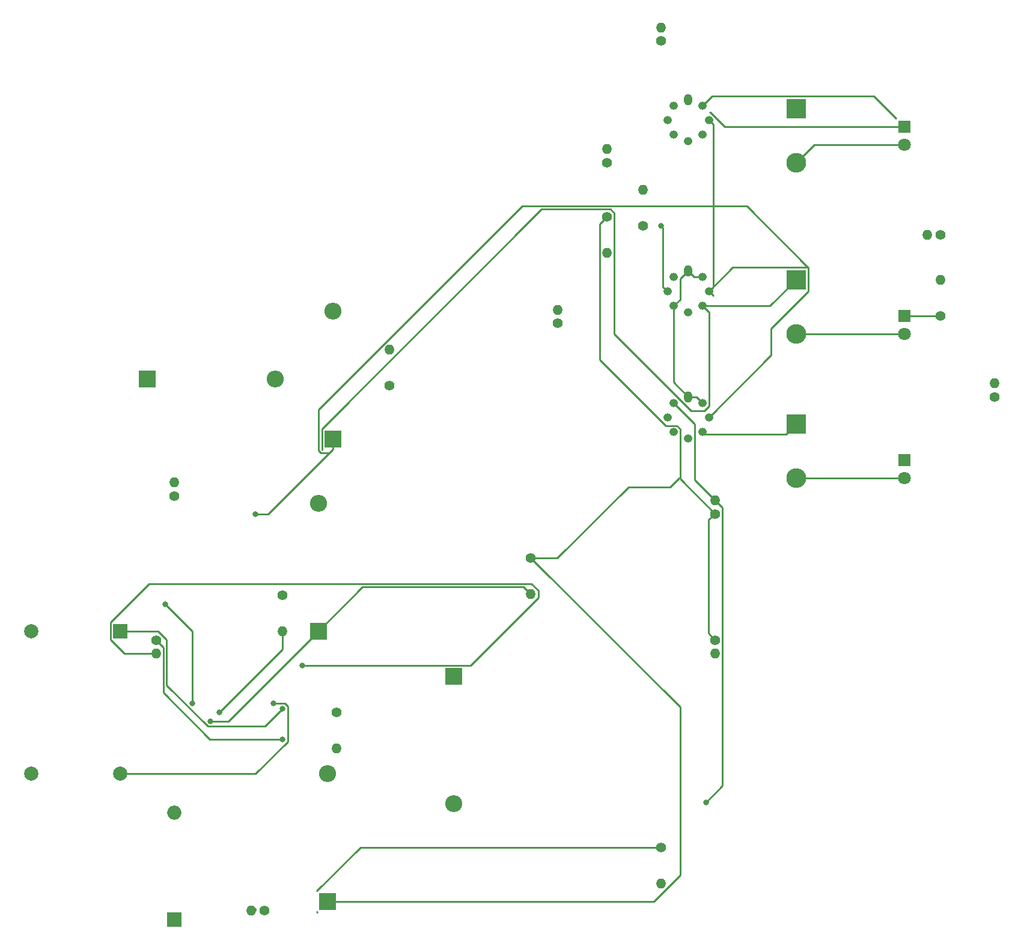
<source format=gbr>
%TF.GenerationSoftware,KiCad,Pcbnew,(5.1.10)-1*%
%TF.CreationDate,2021-06-04T17:59:31+02:00*%
%TF.ProjectId,_Real_EEE3088Project,5f526561-6c5f-4454-9545-333038385072,rev?*%
%TF.SameCoordinates,Original*%
%TF.FileFunction,Copper,L4,Bot*%
%TF.FilePolarity,Positive*%
%FSLAX46Y46*%
G04 Gerber Fmt 4.6, Leading zero omitted, Abs format (unit mm)*
G04 Created by KiCad (PCBNEW (5.1.10)-1) date 2021-06-04 17:59:31*
%MOMM*%
%LPD*%
G01*
G04 APERTURE LIST*
%TA.AperFunction,ComponentPad*%
%ADD10R,1.800000X1.800000*%
%TD*%
%TA.AperFunction,ComponentPad*%
%ADD11C,1.800000*%
%TD*%
%TA.AperFunction,ComponentPad*%
%ADD12O,2.400000X2.400000*%
%TD*%
%TA.AperFunction,ComponentPad*%
%ADD13R,2.400000X2.400000*%
%TD*%
%TA.AperFunction,ComponentPad*%
%ADD14R,2.000000X2.000000*%
%TD*%
%TA.AperFunction,ComponentPad*%
%ADD15C,2.000000*%
%TD*%
%TA.AperFunction,ComponentPad*%
%ADD16O,2.000000X2.000000*%
%TD*%
%TA.AperFunction,ComponentPad*%
%ADD17R,2.800000X2.800000*%
%TD*%
%TA.AperFunction,ComponentPad*%
%ADD18O,2.800000X2.800000*%
%TD*%
%TA.AperFunction,ComponentPad*%
%ADD19O,1.200000X1.200000*%
%TD*%
%TA.AperFunction,ComponentPad*%
%ADD20O,1.200000X1.600000*%
%TD*%
%TA.AperFunction,ComponentPad*%
%ADD21O,1.400000X1.400000*%
%TD*%
%TA.AperFunction,ComponentPad*%
%ADD22C,1.400000*%
%TD*%
%TA.AperFunction,ViaPad*%
%ADD23C,0.800000*%
%TD*%
%TA.AperFunction,Conductor*%
%ADD24C,0.250000*%
%TD*%
G04 APERTURE END LIST*
D10*
%TO.P,LED3,1*%
%TO.N,Net-(LED3-Pad1)*%
X181610000Y-38100000D03*
D11*
%TO.P,LED3,2*%
%TO.N,Net-(D3-Pad2)*%
X181610000Y-40640000D03*
%TD*%
D12*
%TO.P,C3,2*%
%TO.N,Net-(C3-Pad2)*%
X99060000Y-91220000D03*
D13*
%TO.P,C3,1*%
%TO.N,Net-(Buck/Boost1-Pad12)*%
X99060000Y-109220000D03*
%TD*%
D14*
%TO.P,L1,1*%
%TO.N,Net-(Buck/Boost1-Pad4)*%
X71120000Y-109220000D03*
D15*
%TO.P,L1,2*%
%TO.N,Net-(Buck/Boost1-Pad6)*%
X71120000Y-129320000D03*
%TO.P,L1,3*%
%TO.N,N/C*%
X58620000Y-109220000D03*
%TO.P,L1,4*%
X58620000Y-129320000D03*
%TD*%
D14*
%TO.P,C1,1*%
%TO.N,Net-(Buck/Boost1-Pad1)*%
X78740000Y-149860000D03*
D16*
%TO.P,C1,2*%
%TO.N,GND*%
X78740000Y-134860000D03*
%TD*%
D13*
%TO.P,C2,1*%
%TO.N,Vin*%
X101060001Y-82144999D03*
D12*
%TO.P,C2,2*%
%TO.N,GND*%
X101060001Y-64144999D03*
%TD*%
D13*
%TO.P,C4,1*%
%TO.N,Net-(Buck/Boost1-Pad7)*%
X118110000Y-115570000D03*
D12*
%TO.P,C4,2*%
%TO.N,GND*%
X118110000Y-133570000D03*
%TD*%
D13*
%TO.P,C5,1*%
%TO.N,Net-(C5-Pad1)*%
X74930000Y-73660000D03*
D12*
%TO.P,C5,2*%
%TO.N,Net-(Buck/Boost1-Pad12)*%
X92930000Y-73660000D03*
%TD*%
%TO.P,C6,2*%
%TO.N,GND*%
X100330000Y-129320000D03*
D13*
%TO.P,C6,1*%
%TO.N,/Vreg*%
X100330000Y-147320000D03*
%TD*%
D17*
%TO.P,D1,1*%
%TO.N,Net-(D1-Pad1)*%
X166370000Y-80010000D03*
D18*
%TO.P,D1,2*%
%TO.N,Net-(D1-Pad2)*%
X166370000Y-87630000D03*
%TD*%
%TO.P,D2,2*%
%TO.N,Net-(D2-Pad2)*%
X166370000Y-67310000D03*
D17*
%TO.P,D2,1*%
%TO.N,Net-(D2-Pad1)*%
X166370000Y-59690000D03*
%TD*%
%TO.P,D3,1*%
%TO.N,Net-(D3-Pad1)*%
X166370000Y-35560000D03*
D18*
%TO.P,D3,2*%
%TO.N,Net-(D3-Pad2)*%
X166370000Y-43180000D03*
%TD*%
D10*
%TO.P,LED1,1*%
%TO.N,Net-(LED1-Pad1)*%
X181610000Y-85090000D03*
D11*
%TO.P,LED1,2*%
%TO.N,Net-(D1-Pad2)*%
X181610000Y-87630000D03*
%TD*%
%TO.P,LED2,2*%
%TO.N,Net-(D2-Pad2)*%
X181610000Y-67310000D03*
D10*
%TO.P,LED2,1*%
%TO.N,Net-(LED2-Pad1)*%
X181610000Y-64770000D03*
%TD*%
D19*
%TO.P,OP1,8*%
%TO.N,GND*%
X153194752Y-77055248D03*
%TO.P,OP1,7*%
%TO.N,Vin*%
X154050000Y-79120000D03*
%TO.P,OP1,6*%
%TO.N,Net-(D1-Pad1)*%
X153194752Y-81184752D03*
%TO.P,OP1,5*%
%TO.N,Net-(OP1-Pad5)*%
X151130000Y-82040000D03*
%TO.P,OP1,4*%
%TO.N,GND*%
X149065248Y-81184752D03*
%TO.P,OP1,3*%
%TO.N,Net-(OP1-Pad3)*%
X148210000Y-79120000D03*
%TO.P,OP1,2*%
%TO.N,Net-(OP1-Pad2)*%
X149065248Y-77055248D03*
D20*
%TO.P,OP1,1*%
%TO.N,GND*%
X151130000Y-76200000D03*
%TD*%
%TO.P,OP2,1*%
%TO.N,GND*%
X151130000Y-58420000D03*
D19*
%TO.P,OP2,2*%
%TO.N,Net-(OP2-Pad2)*%
X149065248Y-59275248D03*
%TO.P,OP2,3*%
%TO.N,Net-(OP1-Pad3)*%
X148210000Y-61340000D03*
%TO.P,OP2,4*%
%TO.N,GND*%
X149065248Y-63404752D03*
%TO.P,OP2,5*%
%TO.N,Net-(OP2-Pad5)*%
X151130000Y-64260000D03*
%TO.P,OP2,6*%
%TO.N,Net-(D2-Pad1)*%
X153194752Y-63404752D03*
%TO.P,OP2,7*%
%TO.N,Vin*%
X154050000Y-61340000D03*
%TO.P,OP2,8*%
%TO.N,GND*%
X153194752Y-59275248D03*
%TD*%
D20*
%TO.P,OP3,1*%
%TO.N,GND*%
X151130000Y-34290000D03*
D19*
%TO.P,OP3,2*%
%TO.N,Net-(OP3-Pad2)*%
X149065248Y-35145248D03*
%TO.P,OP3,3*%
%TO.N,Net-(OP1-Pad3)*%
X148210000Y-37210000D03*
%TO.P,OP3,4*%
%TO.N,GND*%
X149065248Y-39274752D03*
%TO.P,OP3,5*%
%TO.N,Net-(OP3-Pad5)*%
X151130000Y-40130000D03*
%TO.P,OP3,6*%
%TO.N,Net-(D3-Pad1)*%
X153194752Y-39274752D03*
%TO.P,OP3,7*%
%TO.N,Vin*%
X154050000Y-37210000D03*
%TO.P,OP3,8*%
%TO.N,GND*%
X153194752Y-35145248D03*
%TD*%
D21*
%TO.P,R1,2*%
%TO.N,Net-(Buck/Boost1-Pad1)*%
X89540000Y-148590000D03*
D22*
%TO.P,R1,1*%
%TO.N,Vin*%
X91440000Y-148590000D03*
%TD*%
%TO.P,R2,1*%
%TO.N,Net-(Buck/Boost1-Pad2)*%
X76200000Y-110490000D03*
D21*
%TO.P,R2,2*%
%TO.N,GND*%
X76200000Y-112390000D03*
%TD*%
D22*
%TO.P,R3,1*%
%TO.N,/Vreg*%
X154940000Y-110490000D03*
D21*
%TO.P,R3,2*%
%TO.N,Net-(R3-Pad2)*%
X154940000Y-112390000D03*
%TD*%
D22*
%TO.P,R4,1*%
%TO.N,Net-(Buck/Boost1-Pad7)*%
X101600000Y-120650000D03*
D21*
%TO.P,R4,2*%
%TO.N,GND*%
X101600000Y-125730000D03*
%TD*%
D22*
%TO.P,R5,1*%
%TO.N,Net-(C3-Pad2)*%
X93980000Y-104140000D03*
D21*
%TO.P,R5,2*%
%TO.N,Net-(Buck/Boost1-Pad11)*%
X93980000Y-109220000D03*
%TD*%
D22*
%TO.P,R6,1*%
%TO.N,/Vreg*%
X128985001Y-98944999D03*
D21*
%TO.P,R6,2*%
%TO.N,Net-(Buck/Boost1-Pad12)*%
X128985001Y-104024999D03*
%TD*%
%TO.P,R7,2*%
%TO.N,GND*%
X109055001Y-69534999D03*
D22*
%TO.P,R7,1*%
%TO.N,Net-(Buck/Boost1-Pad12)*%
X109055001Y-74614999D03*
%TD*%
D21*
%TO.P,R8,2*%
%TO.N,/Vtemp*%
X132745001Y-63924999D03*
D22*
%TO.P,R8,1*%
%TO.N,Net-(OP1-Pad3)*%
X132745001Y-65824999D03*
%TD*%
D21*
%TO.P,R9,2*%
%TO.N,Net-(C5-Pad1)*%
X78740000Y-88270000D03*
D22*
%TO.P,R9,1*%
%TO.N,/Vreg*%
X78740000Y-90170000D03*
%TD*%
D21*
%TO.P,R10,2*%
%TO.N,GND*%
X194310000Y-74300000D03*
D22*
%TO.P,R10,1*%
%TO.N,Net-(LED1-Pad1)*%
X194310000Y-76200000D03*
%TD*%
%TO.P,R11,1*%
%TO.N,/Vreg*%
X154940000Y-92710000D03*
D21*
%TO.P,R11,2*%
%TO.N,Net-(OP1-Pad2)*%
X154940000Y-90810000D03*
%TD*%
%TO.P,R12,2*%
%TO.N,GND*%
X147320000Y-144780000D03*
D22*
%TO.P,R12,1*%
%TO.N,Net-(OP1-Pad2)*%
X147320000Y-139700000D03*
%TD*%
D21*
%TO.P,R13,2*%
%TO.N,GND*%
X186690000Y-59690000D03*
D22*
%TO.P,R13,1*%
%TO.N,Net-(LED2-Pad1)*%
X186690000Y-64770000D03*
%TD*%
%TO.P,R14,1*%
%TO.N,/Vreg*%
X139700000Y-50800000D03*
D21*
%TO.P,R14,2*%
%TO.N,Net-(OP2-Pad2)*%
X139700000Y-55880000D03*
%TD*%
%TO.P,R15,2*%
%TO.N,GND*%
X144780000Y-46990000D03*
D22*
%TO.P,R15,1*%
%TO.N,Net-(OP2-Pad2)*%
X144780000Y-52070000D03*
%TD*%
%TO.P,R16,1*%
%TO.N,Net-(LED3-Pad1)*%
X186690000Y-53340000D03*
D21*
%TO.P,R16,2*%
%TO.N,GND*%
X184790000Y-53340000D03*
%TD*%
D22*
%TO.P,R17,1*%
%TO.N,/Vreg*%
X139700000Y-43180000D03*
D21*
%TO.P,R17,2*%
%TO.N,Net-(OP3-Pad2)*%
X139700000Y-41280000D03*
%TD*%
%TO.P,R18,2*%
%TO.N,GND*%
X147320000Y-24130000D03*
D22*
%TO.P,R18,1*%
%TO.N,Net-(OP3-Pad2)*%
X147320000Y-26030000D03*
%TD*%
D23*
%TO.N,Net-(Buck/Boost1-Pad2)*%
X93980000Y-124460000D03*
%TO.N,GND*%
X96775001Y-114044999D03*
%TO.N,Net-(Buck/Boost1-Pad4)*%
X93980000Y-120175000D03*
%TO.N,Net-(Buck/Boost1-Pad6)*%
X92710000Y-119399999D03*
%TO.N,Vin*%
X90170000Y-92710000D03*
X81280000Y-119380000D03*
X77470000Y-105410000D03*
%TO.N,Net-(Buck/Boost1-Pad11)*%
X85090000Y-120650000D03*
%TO.N,Net-(Buck/Boost1-Pad12)*%
X83820000Y-121920000D03*
%TO.N,Net-(OP1-Pad2)*%
X153670000Y-133350000D03*
%TO.N,Net-(OP1-Pad3)*%
X147320000Y-52070000D03*
%TD*%
D24*
%TO.N,Net-(Buck/Boost1-Pad1)*%
X89540000Y-148590000D02*
X90170000Y-148590000D01*
X90170000Y-148590000D02*
X90170000Y-148342998D01*
%TO.N,Net-(Buck/Boost1-Pad2)*%
X77225001Y-111515001D02*
X76200000Y-110490000D01*
X77225001Y-117910003D02*
X77225001Y-111515001D01*
X83774998Y-124460000D02*
X77225001Y-117910003D01*
X93980000Y-124460000D02*
X83774998Y-124460000D01*
%TO.N,GND*%
X177279999Y-33834999D02*
X180384999Y-36939999D01*
X154505001Y-33834999D02*
X177279999Y-33834999D01*
X153194752Y-35145248D02*
X154505001Y-33834999D01*
X149990249Y-59559751D02*
X151130000Y-58420000D01*
X149990249Y-62479751D02*
X149990249Y-59559751D01*
X149065248Y-63404752D02*
X149990249Y-62479751D01*
X151985248Y-59275248D02*
X151130000Y-58420000D01*
X153194752Y-59275248D02*
X151985248Y-59275248D01*
X152339504Y-76200000D02*
X153194752Y-77055248D01*
X151130000Y-76200000D02*
X152339504Y-76200000D01*
X149065248Y-74135248D02*
X149065248Y-63404752D01*
X151130000Y-76200000D02*
X149065248Y-74135248D01*
X69794999Y-110480001D02*
X71704998Y-112390000D01*
X69794999Y-107959999D02*
X69794999Y-110480001D01*
X75205010Y-102549988D02*
X69794999Y-107959999D01*
X130010002Y-103532998D02*
X129026992Y-102549988D01*
X71704998Y-112390000D02*
X76200000Y-112390000D01*
X130010002Y-104517000D02*
X130010002Y-103532998D01*
X120482003Y-114044999D02*
X130010002Y-104517000D01*
X129026992Y-102549988D02*
X75205010Y-102549988D01*
X96775001Y-114044999D02*
X120482003Y-114044999D01*
%TO.N,Net-(Buck/Boost1-Pad4)*%
X76447002Y-109220000D02*
X71120000Y-109220000D01*
X77675011Y-110448009D02*
X76447002Y-109220000D01*
X77675011Y-116848013D02*
X77675011Y-110448009D01*
X83471999Y-122645001D02*
X77675011Y-116848013D01*
X91509999Y-122645001D02*
X83471999Y-122645001D01*
X93980000Y-120175000D02*
X91509999Y-122645001D01*
%TO.N,Net-(Buck/Boost1-Pad6)*%
X94278001Y-119399999D02*
X92710000Y-119399999D01*
X94705001Y-119826999D02*
X94278001Y-119399999D01*
X94705001Y-124808001D02*
X94705001Y-119826999D01*
X90193002Y-129320000D02*
X94705001Y-124808001D01*
X71120000Y-129320000D02*
X90193002Y-129320000D01*
%TO.N,/Vreg*%
X149990249Y-87760249D02*
X154940000Y-92710000D01*
X149990249Y-80740751D02*
X149990249Y-87760249D01*
X149509249Y-80259751D02*
X149990249Y-80740751D01*
X147980749Y-80259751D02*
X149509249Y-80259751D01*
X138674999Y-70954001D02*
X147980749Y-80259751D01*
X138674999Y-51825001D02*
X138674999Y-70954001D01*
X139700000Y-50800000D02*
X138674999Y-51825001D01*
X154836590Y-92710000D02*
X154940000Y-92710000D01*
X153997989Y-93548601D02*
X154836590Y-92710000D01*
X153997989Y-109547989D02*
X153997989Y-93548601D01*
X154940000Y-110490000D02*
X153997989Y-109547989D01*
X132674003Y-98944999D02*
X142719002Y-88900000D01*
X128985001Y-98944999D02*
X132674003Y-98944999D01*
X142719002Y-88900000D02*
X148590000Y-88900000D01*
X148590000Y-88900000D02*
X149860000Y-87630000D01*
X149990249Y-119950247D02*
X128985001Y-98944999D01*
X149990249Y-143626753D02*
X149990249Y-119950247D01*
X146297002Y-147320000D02*
X149990249Y-143626753D01*
X100330000Y-147320000D02*
X146297002Y-147320000D01*
%TO.N,Vin*%
X154649999Y-60740001D02*
X154050000Y-61340000D01*
X154649999Y-37809999D02*
X154649999Y-60740001D01*
X154050000Y-37210000D02*
X154649999Y-37809999D01*
X154649999Y-61939999D02*
X154050000Y-61340000D01*
X157425001Y-57964999D02*
X154050000Y-61340000D01*
X168095001Y-58029999D02*
X168030001Y-57964999D01*
X168030001Y-57964999D02*
X157425001Y-57964999D01*
X99413599Y-84120009D02*
X100534991Y-84120009D01*
X99084991Y-83791401D02*
X99413599Y-84120009D01*
X99084991Y-77988007D02*
X99084991Y-83791401D01*
X159389992Y-49324990D02*
X127748008Y-49324990D01*
X168095001Y-58029999D02*
X159389992Y-49324990D01*
X168095001Y-61350001D02*
X168095001Y-58029999D01*
X127748008Y-49324990D02*
X99084991Y-77988007D01*
X162841649Y-66603353D02*
X168095001Y-61350001D01*
X100534991Y-84120009D02*
X101060001Y-83594999D01*
X162841649Y-70328351D02*
X162841649Y-66603353D01*
X154050000Y-79120000D02*
X162841649Y-70328351D01*
X81280000Y-109220000D02*
X77470000Y-105410000D01*
X81280000Y-119380000D02*
X81280000Y-109220000D01*
X101060001Y-83594999D02*
X101060001Y-82144999D01*
X91945000Y-92710000D02*
X101060001Y-83594999D01*
X90170000Y-92710000D02*
X91945000Y-92710000D01*
%TO.N,Net-(Buck/Boost1-Pad11)*%
X93980000Y-111760000D02*
X93980000Y-109220000D01*
X85090000Y-120650000D02*
X93980000Y-111760000D01*
%TO.N,Net-(Buck/Boost1-Pad12)*%
X105280002Y-102999998D02*
X99060000Y-109220000D01*
X127960000Y-102999998D02*
X105280002Y-102999998D01*
X128985001Y-104024999D02*
X127960000Y-102999998D01*
X86360000Y-121920000D02*
X99060000Y-109220000D01*
X83820000Y-121920000D02*
X86360000Y-121920000D01*
%TO.N,Net-(D1-Pad1)*%
X164894990Y-81485010D02*
X166370000Y-80010000D01*
X153495010Y-81485010D02*
X164894990Y-81485010D01*
X153194752Y-81184752D02*
X153495010Y-81485010D01*
%TO.N,Net-(D1-Pad2)*%
X166370000Y-87630000D02*
X181610000Y-87630000D01*
%TO.N,Net-(D2-Pad1)*%
X154119753Y-77499249D02*
X154119753Y-64329753D01*
X153424003Y-78194999D02*
X154119753Y-77499249D01*
X151574001Y-78194999D02*
X153424003Y-78194999D01*
X140725001Y-67345999D02*
X151574001Y-78194999D01*
X140192001Y-49774999D02*
X140725001Y-50307999D01*
X130444999Y-49774999D02*
X140192001Y-49774999D01*
X154119753Y-64329753D02*
X153194752Y-63404752D01*
X99535000Y-80684998D02*
X130444999Y-49774999D01*
X99535000Y-83605000D02*
X99535000Y-80684998D01*
X99600000Y-83670000D02*
X99535000Y-83605000D01*
X140725001Y-50307999D02*
X140725001Y-67345999D01*
X162655248Y-63404752D02*
X166370000Y-59690000D01*
X153194752Y-63404752D02*
X162655248Y-63404752D01*
%TO.N,Net-(D2-Pad2)*%
X181610000Y-67310000D02*
X166370000Y-67310000D01*
%TO.N,Net-(D3-Pad2)*%
X168910000Y-40640000D02*
X166370000Y-43180000D01*
X181610000Y-40640000D02*
X168910000Y-40640000D01*
%TO.N,Net-(LED2-Pad1)*%
X181610000Y-64770000D02*
X186690000Y-64770000D01*
%TO.N,Net-(LED3-Pad1)*%
X154279251Y-36070249D02*
X154180249Y-36070249D01*
X181610000Y-38100000D02*
X156309002Y-38100000D01*
X154279251Y-36070249D02*
X156309002Y-38100000D01*
%TO.N,Net-(OP1-Pad2)*%
X152055001Y-87925001D02*
X154940000Y-90810000D01*
X152055001Y-80045001D02*
X152055001Y-87925001D01*
X149065248Y-77055248D02*
X152055001Y-80045001D01*
X98804999Y-148780001D02*
X98869999Y-148845001D01*
X104964998Y-139700000D02*
X98804999Y-145859999D01*
X147320000Y-139700000D02*
X104964998Y-139700000D01*
X155965001Y-91835001D02*
X155965001Y-131054999D01*
X154940000Y-90810000D02*
X155965001Y-91835001D01*
X155965001Y-131054999D02*
X153670000Y-133350000D01*
%TO.N,Net-(OP1-Pad3)*%
X147610001Y-52360001D02*
X147320000Y-52070000D01*
X147610001Y-60740001D02*
X147610001Y-52360001D01*
X148210000Y-61340000D02*
X147610001Y-60740001D01*
%TD*%
M02*

</source>
